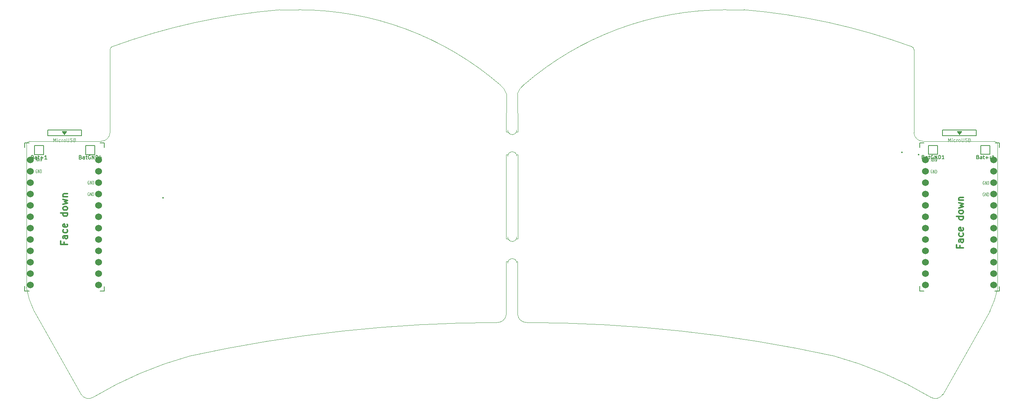
<source format=gto>
%TF.GenerationSoftware,KiCad,Pcbnew,(6.0.4-0)*%
%TF.CreationDate,2022-04-01T22:46:24+02:00*%
%TF.ProjectId,sweepv2.1,73776565-7076-4322-9e31-2e6b69636164,rev?*%
%TF.SameCoordinates,Original*%
%TF.FileFunction,Legend,Top*%
%TF.FilePolarity,Positive*%
%FSLAX46Y46*%
G04 Gerber Fmt 4.6, Leading zero omitted, Abs format (unit mm)*
G04 Created by KiCad (PCBNEW (6.0.4-0)) date 2022-04-01 22:46:24*
%MOMM*%
%LPD*%
G01*
G04 APERTURE LIST*
%TA.AperFunction,Profile*%
%ADD10C,0.050000*%
%TD*%
%ADD11C,0.300000*%
%ADD12C,0.125000*%
%ADD13C,0.120000*%
%ADD14C,0.150000*%
%ADD15C,0.100000*%
%ADD16C,1.524000*%
%ADD17C,1.397000*%
%ADD18C,0.350000*%
%ADD19C,0.990600*%
%ADD20C,1.701800*%
%ADD21C,3.429000*%
%ADD22C,2.032000*%
%ADD23C,0.500000*%
%ADD24C,1.000000*%
G04 APERTURE END LIST*
D10*
X131508500Y-77724000D02*
X131506254Y-89547024D01*
X220004999Y-48946165D02*
X219998045Y-30439419D01*
X223714000Y-108050000D02*
G75*
G03*
X226446000Y-107451265I1070000J1650000D01*
G01*
X220005034Y-48946164D02*
G75*
G03*
X222040000Y-50877083I1999966J69964D01*
G01*
X219563295Y-29758875D02*
G75*
G03*
X182067777Y-21502679I-49442795J-135273425D01*
G01*
X178120389Y-21508128D02*
G75*
G03*
X132893000Y-38265000I-253989J-68728072D01*
G01*
X238688017Y-51627083D02*
G75*
G03*
X237938000Y-50877083I-750017J-17D01*
G01*
X132893000Y-38265000D02*
G75*
G03*
X131466055Y-40278702I2445000J-3245000D01*
G01*
X131506294Y-89547021D02*
G75*
G03*
X133544000Y-91383119I1978006J146421D01*
G01*
X219998002Y-30439419D02*
G75*
G03*
X219563290Y-29758889I-750002J19D01*
G01*
X223714000Y-108050000D02*
G75*
G03*
X202185134Y-98863946I-44316000J-74040000D01*
G01*
X222040000Y-50877083D02*
X237938000Y-50877083D01*
X202185136Y-98863939D02*
G75*
G03*
X133544000Y-91383119I-69219136J-316475461D01*
G01*
X238688000Y-58420000D02*
X238688000Y-66548000D01*
X236953304Y-88858150D02*
X226446000Y-107451265D01*
X236953312Y-88858154D02*
G75*
G03*
X238690000Y-83850000I-18792912J9322054D01*
G01*
X182067777Y-21502679D02*
X178120389Y-21508139D01*
X238688000Y-51627083D02*
X238688000Y-58420000D01*
X131466055Y-40278702D02*
X131572000Y-48768000D01*
X129349500Y-48768000D02*
X128960000Y-48768000D01*
X238688000Y-66548000D02*
X238688000Y-75438000D01*
X238688000Y-75438000D02*
X238690000Y-83850000D01*
X129349500Y-72644000D02*
X128960000Y-72644000D01*
X129349500Y-53848000D02*
X128960000Y-53848000D01*
X129349500Y-77724000D02*
X128960000Y-77724000D01*
X131572000Y-53848000D02*
X131572000Y-72644000D01*
X78412223Y-21502679D02*
X82613611Y-21508139D01*
X21792000Y-51627083D02*
X21792000Y-58420000D01*
X128960000Y-77724000D02*
X128975507Y-89545022D01*
X129013945Y-40278702D02*
G75*
G03*
X127587000Y-38265000I-3871945J-1231298D01*
G01*
X126936000Y-91383122D02*
G75*
G03*
X128975507Y-89545022I59500J1984522D01*
G01*
X40481999Y-48949082D02*
X40481955Y-30439419D01*
X21792000Y-66548000D02*
X21792000Y-73914000D01*
X23526696Y-88858150D02*
X34034000Y-107451265D01*
X38446998Y-50880017D02*
G75*
G03*
X40481999Y-48949082I35002J2000917D01*
G01*
X78412223Y-21502678D02*
G75*
G03*
X40916710Y-29758889I11947327J-143529582D01*
G01*
X126936000Y-91383119D02*
G75*
G03*
X58294866Y-98863946I578050J-323956411D01*
G01*
X21789999Y-83530000D02*
G75*
G03*
X23526696Y-88858150I19062771J3266350D01*
G01*
X22542000Y-50877100D02*
G75*
G03*
X21792000Y-51627083I0J-750000D01*
G01*
X21792000Y-58420000D02*
X21792000Y-66548000D01*
X40916692Y-29758850D02*
G75*
G03*
X40481955Y-30439419I315308J-680550D01*
G01*
X34034000Y-107451265D02*
G75*
G03*
X36766000Y-108050000I1662000J1051265D01*
G01*
X127586989Y-38265013D02*
G75*
G03*
X82613611Y-21508139I-44973389J-51973087D01*
G01*
X58294866Y-98863946D02*
G75*
G03*
X36766000Y-108050000I22787134J-83226054D01*
G01*
X21792000Y-73914000D02*
X21790000Y-83530000D01*
X128960000Y-53848000D02*
X128960000Y-72644000D01*
X129013945Y-40278702D02*
X128960000Y-48768000D01*
X131508500Y-77724000D02*
X131254500Y-77724000D01*
X131572000Y-48768000D02*
X131254500Y-48768000D01*
X131254499Y-77724001D02*
G75*
G03*
X129349501Y-77724000I-952499J-380999D01*
G01*
X131254499Y-53848001D02*
G75*
G03*
X129349501Y-53848000I-952499J-380999D01*
G01*
X131572000Y-53848000D02*
X131254500Y-53848000D01*
X131572000Y-72644000D02*
X131254500Y-72644000D01*
X129349501Y-72643999D02*
G75*
G03*
X131254499Y-72644000I952499J380999D01*
G01*
X22542000Y-50877083D02*
X38446998Y-50880000D01*
X129349501Y-48767999D02*
G75*
G03*
X131254499Y-48768000I952499J380999D01*
G01*
D11*
X230270857Y-74198857D02*
X230270857Y-74698857D01*
X231056571Y-74698857D02*
X229556571Y-74698857D01*
X229556571Y-73984571D01*
X231056571Y-72770285D02*
X230270857Y-72770285D01*
X230128000Y-72841714D01*
X230056571Y-72984571D01*
X230056571Y-73270285D01*
X230128000Y-73413142D01*
X230985142Y-72770285D02*
X231056571Y-72913142D01*
X231056571Y-73270285D01*
X230985142Y-73413142D01*
X230842285Y-73484571D01*
X230699428Y-73484571D01*
X230556571Y-73413142D01*
X230485142Y-73270285D01*
X230485142Y-72913142D01*
X230413714Y-72770285D01*
X230985142Y-71413142D02*
X231056571Y-71556000D01*
X231056571Y-71841714D01*
X230985142Y-71984571D01*
X230913714Y-72056000D01*
X230770857Y-72127428D01*
X230342285Y-72127428D01*
X230199428Y-72056000D01*
X230128000Y-71984571D01*
X230056571Y-71841714D01*
X230056571Y-71556000D01*
X230128000Y-71413142D01*
X230985142Y-70198857D02*
X231056571Y-70341714D01*
X231056571Y-70627428D01*
X230985142Y-70770285D01*
X230842285Y-70841714D01*
X230270857Y-70841714D01*
X230128000Y-70770285D01*
X230056571Y-70627428D01*
X230056571Y-70341714D01*
X230128000Y-70198857D01*
X230270857Y-70127428D01*
X230413714Y-70127428D01*
X230556571Y-70841714D01*
X231056571Y-67698857D02*
X229556571Y-67698857D01*
X230985142Y-67698857D02*
X231056571Y-67841714D01*
X231056571Y-68127428D01*
X230985142Y-68270285D01*
X230913714Y-68341714D01*
X230770857Y-68413142D01*
X230342285Y-68413142D01*
X230199428Y-68341714D01*
X230128000Y-68270285D01*
X230056571Y-68127428D01*
X230056571Y-67841714D01*
X230128000Y-67698857D01*
X231056571Y-66770285D02*
X230985142Y-66913142D01*
X230913714Y-66984571D01*
X230770857Y-67056000D01*
X230342285Y-67056000D01*
X230199428Y-66984571D01*
X230128000Y-66913142D01*
X230056571Y-66770285D01*
X230056571Y-66556000D01*
X230128000Y-66413142D01*
X230199428Y-66341714D01*
X230342285Y-66270285D01*
X230770857Y-66270285D01*
X230913714Y-66341714D01*
X230985142Y-66413142D01*
X231056571Y-66556000D01*
X231056571Y-66770285D01*
X230056571Y-65770285D02*
X231056571Y-65484571D01*
X230342285Y-65198857D01*
X231056571Y-64913142D01*
X230056571Y-64627428D01*
X230056571Y-64056000D02*
X231056571Y-64056000D01*
X230199428Y-64056000D02*
X230128000Y-63984571D01*
X230056571Y-63841714D01*
X230056571Y-63627428D01*
X230128000Y-63484571D01*
X230270857Y-63413142D01*
X231056571Y-63413142D01*
D12*
X35777047Y-59756000D02*
X35729428Y-59720285D01*
X35658000Y-59720285D01*
X35586571Y-59756000D01*
X35538952Y-59827428D01*
X35515142Y-59898857D01*
X35491333Y-60041714D01*
X35491333Y-60148857D01*
X35515142Y-60291714D01*
X35538952Y-60363142D01*
X35586571Y-60434571D01*
X35658000Y-60470285D01*
X35705619Y-60470285D01*
X35777047Y-60434571D01*
X35800857Y-60398857D01*
X35800857Y-60148857D01*
X35705619Y-60148857D01*
X36015142Y-60470285D02*
X36015142Y-59720285D01*
X36300857Y-60470285D01*
X36300857Y-59720285D01*
X36538952Y-60470285D02*
X36538952Y-59720285D01*
X36658000Y-59720285D01*
X36729428Y-59756000D01*
X36777047Y-59827428D01*
X36800857Y-59898857D01*
X36824666Y-60041714D01*
X36824666Y-60148857D01*
X36800857Y-60291714D01*
X36777047Y-60363142D01*
X36729428Y-60434571D01*
X36658000Y-60470285D01*
X36538952Y-60470285D01*
X35757047Y-62336000D02*
X35709428Y-62300285D01*
X35638000Y-62300285D01*
X35566571Y-62336000D01*
X35518952Y-62407428D01*
X35495142Y-62478857D01*
X35471333Y-62621714D01*
X35471333Y-62728857D01*
X35495142Y-62871714D01*
X35518952Y-62943142D01*
X35566571Y-63014571D01*
X35638000Y-63050285D01*
X35685619Y-63050285D01*
X35757047Y-63014571D01*
X35780857Y-62978857D01*
X35780857Y-62728857D01*
X35685619Y-62728857D01*
X35995142Y-63050285D02*
X35995142Y-62300285D01*
X36280857Y-63050285D01*
X36280857Y-62300285D01*
X36518952Y-63050285D02*
X36518952Y-62300285D01*
X36638000Y-62300285D01*
X36709428Y-62336000D01*
X36757047Y-62407428D01*
X36780857Y-62478857D01*
X36804666Y-62621714D01*
X36804666Y-62728857D01*
X36780857Y-62871714D01*
X36757047Y-62943142D01*
X36709428Y-63014571D01*
X36638000Y-63050285D01*
X36518952Y-63050285D01*
D11*
X30192857Y-73402857D02*
X30192857Y-73902857D01*
X30978571Y-73902857D02*
X29478571Y-73902857D01*
X29478571Y-73188571D01*
X30978571Y-71974285D02*
X30192857Y-71974285D01*
X30050000Y-72045714D01*
X29978571Y-72188571D01*
X29978571Y-72474285D01*
X30050000Y-72617142D01*
X30907142Y-71974285D02*
X30978571Y-72117142D01*
X30978571Y-72474285D01*
X30907142Y-72617142D01*
X30764285Y-72688571D01*
X30621428Y-72688571D01*
X30478571Y-72617142D01*
X30407142Y-72474285D01*
X30407142Y-72117142D01*
X30335714Y-71974285D01*
X30907142Y-70617142D02*
X30978571Y-70760000D01*
X30978571Y-71045714D01*
X30907142Y-71188571D01*
X30835714Y-71260000D01*
X30692857Y-71331428D01*
X30264285Y-71331428D01*
X30121428Y-71260000D01*
X30050000Y-71188571D01*
X29978571Y-71045714D01*
X29978571Y-70760000D01*
X30050000Y-70617142D01*
X30907142Y-69402857D02*
X30978571Y-69545714D01*
X30978571Y-69831428D01*
X30907142Y-69974285D01*
X30764285Y-70045714D01*
X30192857Y-70045714D01*
X30050000Y-69974285D01*
X29978571Y-69831428D01*
X29978571Y-69545714D01*
X30050000Y-69402857D01*
X30192857Y-69331428D01*
X30335714Y-69331428D01*
X30478571Y-70045714D01*
X30978571Y-66902857D02*
X29478571Y-66902857D01*
X30907142Y-66902857D02*
X30978571Y-67045714D01*
X30978571Y-67331428D01*
X30907142Y-67474285D01*
X30835714Y-67545714D01*
X30692857Y-67617142D01*
X30264285Y-67617142D01*
X30121428Y-67545714D01*
X30050000Y-67474285D01*
X29978571Y-67331428D01*
X29978571Y-67045714D01*
X30050000Y-66902857D01*
X30978571Y-65974285D02*
X30907142Y-66117142D01*
X30835714Y-66188571D01*
X30692857Y-66260000D01*
X30264285Y-66260000D01*
X30121428Y-66188571D01*
X30050000Y-66117142D01*
X29978571Y-65974285D01*
X29978571Y-65760000D01*
X30050000Y-65617142D01*
X30121428Y-65545714D01*
X30264285Y-65474285D01*
X30692857Y-65474285D01*
X30835714Y-65545714D01*
X30907142Y-65617142D01*
X30978571Y-65760000D01*
X30978571Y-65974285D01*
X29978571Y-64974285D02*
X30978571Y-64688571D01*
X30264285Y-64402857D01*
X30978571Y-64117142D01*
X29978571Y-63831428D01*
X29978571Y-63260000D02*
X30978571Y-63260000D01*
X30121428Y-63260000D02*
X30050000Y-63188571D01*
X29978571Y-63045714D01*
X29978571Y-62831428D01*
X30050000Y-62688571D01*
X30192857Y-62617142D01*
X30978571Y-62617142D01*
D12*
X24262761Y-55330285D02*
X24096095Y-54973142D01*
X23977047Y-55330285D02*
X23977047Y-54580285D01*
X24167523Y-54580285D01*
X24215142Y-54616000D01*
X24238952Y-54651714D01*
X24262761Y-54723142D01*
X24262761Y-54830285D01*
X24238952Y-54901714D01*
X24215142Y-54937428D01*
X24167523Y-54973142D01*
X23977047Y-54973142D01*
X24453238Y-55116000D02*
X24691333Y-55116000D01*
X24405619Y-55330285D02*
X24572285Y-54580285D01*
X24738952Y-55330285D01*
X24858000Y-54580285D02*
X24977047Y-55330285D01*
X25072285Y-54794571D01*
X25167523Y-55330285D01*
X25286571Y-54580285D01*
X24127047Y-57226000D02*
X24079428Y-57190285D01*
X24008000Y-57190285D01*
X23936571Y-57226000D01*
X23888952Y-57297428D01*
X23865142Y-57368857D01*
X23841333Y-57511714D01*
X23841333Y-57618857D01*
X23865142Y-57761714D01*
X23888952Y-57833142D01*
X23936571Y-57904571D01*
X24008000Y-57940285D01*
X24055619Y-57940285D01*
X24127047Y-57904571D01*
X24150857Y-57868857D01*
X24150857Y-57618857D01*
X24055619Y-57618857D01*
X24365142Y-57940285D02*
X24365142Y-57190285D01*
X24650857Y-57940285D01*
X24650857Y-57190285D01*
X24888952Y-57940285D02*
X24888952Y-57190285D01*
X25008000Y-57190285D01*
X25079428Y-57226000D01*
X25127047Y-57297428D01*
X25150857Y-57368857D01*
X25174666Y-57511714D01*
X25174666Y-57618857D01*
X25150857Y-57761714D01*
X25127047Y-57833142D01*
X25079428Y-57904571D01*
X25008000Y-57940285D01*
X24888952Y-57940285D01*
%TO.C,U1*%
X224162761Y-55383285D02*
X223996095Y-55026142D01*
X223877047Y-55383285D02*
X223877047Y-54633285D01*
X224067523Y-54633285D01*
X224115142Y-54669000D01*
X224138952Y-54704714D01*
X224162761Y-54776142D01*
X224162761Y-54883285D01*
X224138952Y-54954714D01*
X224115142Y-54990428D01*
X224067523Y-55026142D01*
X223877047Y-55026142D01*
X224353238Y-55169000D02*
X224591333Y-55169000D01*
X224305619Y-55383285D02*
X224472285Y-54633285D01*
X224638952Y-55383285D01*
X224758000Y-54633285D02*
X224877047Y-55383285D01*
X224972285Y-54847571D01*
X225067523Y-55383285D01*
X225186571Y-54633285D01*
X235677047Y-59809000D02*
X235629428Y-59773285D01*
X235558000Y-59773285D01*
X235486571Y-59809000D01*
X235438952Y-59880428D01*
X235415142Y-59951857D01*
X235391333Y-60094714D01*
X235391333Y-60201857D01*
X235415142Y-60344714D01*
X235438952Y-60416142D01*
X235486571Y-60487571D01*
X235558000Y-60523285D01*
X235605619Y-60523285D01*
X235677047Y-60487571D01*
X235700857Y-60451857D01*
X235700857Y-60201857D01*
X235605619Y-60201857D01*
X235915142Y-60523285D02*
X235915142Y-59773285D01*
X236200857Y-60523285D01*
X236200857Y-59773285D01*
X236438952Y-60523285D02*
X236438952Y-59773285D01*
X236558000Y-59773285D01*
X236629428Y-59809000D01*
X236677047Y-59880428D01*
X236700857Y-59951857D01*
X236724666Y-60094714D01*
X236724666Y-60201857D01*
X236700857Y-60344714D01*
X236677047Y-60416142D01*
X236629428Y-60487571D01*
X236558000Y-60523285D01*
X236438952Y-60523285D01*
D13*
X227681571Y-50953285D02*
X227681571Y-50203285D01*
X227931571Y-50739000D01*
X228181571Y-50203285D01*
X228181571Y-50953285D01*
X228538714Y-50953285D02*
X228538714Y-50453285D01*
X228538714Y-50203285D02*
X228503000Y-50239000D01*
X228538714Y-50274714D01*
X228574428Y-50239000D01*
X228538714Y-50203285D01*
X228538714Y-50274714D01*
X229217285Y-50917571D02*
X229145857Y-50953285D01*
X229003000Y-50953285D01*
X228931571Y-50917571D01*
X228895857Y-50881857D01*
X228860142Y-50810428D01*
X228860142Y-50596142D01*
X228895857Y-50524714D01*
X228931571Y-50489000D01*
X229003000Y-50453285D01*
X229145857Y-50453285D01*
X229217285Y-50489000D01*
X229538714Y-50953285D02*
X229538714Y-50453285D01*
X229538714Y-50596142D02*
X229574428Y-50524714D01*
X229610142Y-50489000D01*
X229681571Y-50453285D01*
X229753000Y-50453285D01*
X230110142Y-50953285D02*
X230038714Y-50917571D01*
X230003000Y-50881857D01*
X229967285Y-50810428D01*
X229967285Y-50596142D01*
X230003000Y-50524714D01*
X230038714Y-50489000D01*
X230110142Y-50453285D01*
X230217285Y-50453285D01*
X230288714Y-50489000D01*
X230324428Y-50524714D01*
X230360142Y-50596142D01*
X230360142Y-50810428D01*
X230324428Y-50881857D01*
X230288714Y-50917571D01*
X230217285Y-50953285D01*
X230110142Y-50953285D01*
X230681571Y-50203285D02*
X230681571Y-50810428D01*
X230717285Y-50881857D01*
X230753000Y-50917571D01*
X230824428Y-50953285D01*
X230967285Y-50953285D01*
X231038714Y-50917571D01*
X231074428Y-50881857D01*
X231110142Y-50810428D01*
X231110142Y-50203285D01*
X231431571Y-50917571D02*
X231538714Y-50953285D01*
X231717285Y-50953285D01*
X231788714Y-50917571D01*
X231824428Y-50881857D01*
X231860142Y-50810428D01*
X231860142Y-50739000D01*
X231824428Y-50667571D01*
X231788714Y-50631857D01*
X231717285Y-50596142D01*
X231574428Y-50560428D01*
X231503000Y-50524714D01*
X231467285Y-50489000D01*
X231431571Y-50417571D01*
X231431571Y-50346142D01*
X231467285Y-50274714D01*
X231503000Y-50239000D01*
X231574428Y-50203285D01*
X231753000Y-50203285D01*
X231860142Y-50239000D01*
X232431571Y-50560428D02*
X232538714Y-50596142D01*
X232574428Y-50631857D01*
X232610142Y-50703285D01*
X232610142Y-50810428D01*
X232574428Y-50881857D01*
X232538714Y-50917571D01*
X232467285Y-50953285D01*
X232181571Y-50953285D01*
X232181571Y-50203285D01*
X232431571Y-50203285D01*
X232503000Y-50239000D01*
X232538714Y-50274714D01*
X232574428Y-50346142D01*
X232574428Y-50417571D01*
X232538714Y-50489000D01*
X232503000Y-50524714D01*
X232431571Y-50560428D01*
X232181571Y-50560428D01*
D14*
D12*
X224027047Y-57279000D02*
X223979428Y-57243285D01*
X223908000Y-57243285D01*
X223836571Y-57279000D01*
X223788952Y-57350428D01*
X223765142Y-57421857D01*
X223741333Y-57564714D01*
X223741333Y-57671857D01*
X223765142Y-57814714D01*
X223788952Y-57886142D01*
X223836571Y-57957571D01*
X223908000Y-57993285D01*
X223955619Y-57993285D01*
X224027047Y-57957571D01*
X224050857Y-57921857D01*
X224050857Y-57671857D01*
X223955619Y-57671857D01*
X224265142Y-57993285D02*
X224265142Y-57243285D01*
X224550857Y-57993285D01*
X224550857Y-57243285D01*
X224788952Y-57993285D02*
X224788952Y-57243285D01*
X224908000Y-57243285D01*
X224979428Y-57279000D01*
X225027047Y-57350428D01*
X225050857Y-57421857D01*
X225074666Y-57564714D01*
X225074666Y-57671857D01*
X225050857Y-57814714D01*
X225027047Y-57886142D01*
X224979428Y-57957571D01*
X224908000Y-57993285D01*
X224788952Y-57993285D01*
X235657047Y-62389000D02*
X235609428Y-62353285D01*
X235538000Y-62353285D01*
X235466571Y-62389000D01*
X235418952Y-62460428D01*
X235395142Y-62531857D01*
X235371333Y-62674714D01*
X235371333Y-62781857D01*
X235395142Y-62924714D01*
X235418952Y-62996142D01*
X235466571Y-63067571D01*
X235538000Y-63103285D01*
X235585619Y-63103285D01*
X235657047Y-63067571D01*
X235680857Y-63031857D01*
X235680857Y-62781857D01*
X235585619Y-62781857D01*
X235895142Y-63103285D02*
X235895142Y-62353285D01*
X236180857Y-63103285D01*
X236180857Y-62353285D01*
X236418952Y-63103285D02*
X236418952Y-62353285D01*
X236538000Y-62353285D01*
X236609428Y-62389000D01*
X236657047Y-62460428D01*
X236680857Y-62531857D01*
X236704666Y-62674714D01*
X236704666Y-62781857D01*
X236680857Y-62924714D01*
X236657047Y-62996142D01*
X236609428Y-63067571D01*
X236538000Y-63103285D01*
X236418952Y-63103285D01*
D14*
%TO.C,Bat+r1*%
X234282342Y-54392942D02*
X234398457Y-54431647D01*
X234437161Y-54470352D01*
X234475866Y-54547761D01*
X234475866Y-54663876D01*
X234437161Y-54741285D01*
X234398457Y-54779990D01*
X234321047Y-54818695D01*
X234011409Y-54818695D01*
X234011409Y-54005895D01*
X234282342Y-54005895D01*
X234359752Y-54044600D01*
X234398457Y-54083304D01*
X234437161Y-54160714D01*
X234437161Y-54238123D01*
X234398457Y-54315533D01*
X234359752Y-54354238D01*
X234282342Y-54392942D01*
X234011409Y-54392942D01*
X235172552Y-54818695D02*
X235172552Y-54392942D01*
X235133847Y-54315533D01*
X235056438Y-54276828D01*
X234901619Y-54276828D01*
X234824209Y-54315533D01*
X235172552Y-54779990D02*
X235095142Y-54818695D01*
X234901619Y-54818695D01*
X234824209Y-54779990D01*
X234785504Y-54702580D01*
X234785504Y-54625171D01*
X234824209Y-54547761D01*
X234901619Y-54509057D01*
X235095142Y-54509057D01*
X235172552Y-54470352D01*
X235443485Y-54276828D02*
X235753123Y-54276828D01*
X235559600Y-54005895D02*
X235559600Y-54702580D01*
X235598304Y-54779990D01*
X235675714Y-54818695D01*
X235753123Y-54818695D01*
X236024057Y-54509057D02*
X236643333Y-54509057D01*
X236333695Y-54818695D02*
X236333695Y-54199419D01*
X237030380Y-54818695D02*
X237030380Y-54276828D01*
X237030380Y-54431647D02*
X237069085Y-54354238D01*
X237107790Y-54315533D01*
X237185200Y-54276828D01*
X237262609Y-54276828D01*
X237959295Y-54818695D02*
X237494838Y-54818695D01*
X237727066Y-54818695D02*
X237727066Y-54005895D01*
X237649657Y-54122009D01*
X237572247Y-54199419D01*
X237494838Y-54238123D01*
%TO.C,BatGND1*%
X222114533Y-54392942D02*
X222230647Y-54431647D01*
X222269352Y-54470352D01*
X222308057Y-54547761D01*
X222308057Y-54663876D01*
X222269352Y-54741285D01*
X222230647Y-54779990D01*
X222153238Y-54818695D01*
X221843600Y-54818695D01*
X221843600Y-54005895D01*
X222114533Y-54005895D01*
X222191942Y-54044600D01*
X222230647Y-54083304D01*
X222269352Y-54160714D01*
X222269352Y-54238123D01*
X222230647Y-54315533D01*
X222191942Y-54354238D01*
X222114533Y-54392942D01*
X221843600Y-54392942D01*
X223004742Y-54818695D02*
X223004742Y-54392942D01*
X222966038Y-54315533D01*
X222888628Y-54276828D01*
X222733809Y-54276828D01*
X222656400Y-54315533D01*
X223004742Y-54779990D02*
X222927333Y-54818695D01*
X222733809Y-54818695D01*
X222656400Y-54779990D01*
X222617695Y-54702580D01*
X222617695Y-54625171D01*
X222656400Y-54547761D01*
X222733809Y-54509057D01*
X222927333Y-54509057D01*
X223004742Y-54470352D01*
X223275676Y-54276828D02*
X223585314Y-54276828D01*
X223391790Y-54005895D02*
X223391790Y-54702580D01*
X223430495Y-54779990D01*
X223507904Y-54818695D01*
X223585314Y-54818695D01*
X224282000Y-54044600D02*
X224204590Y-54005895D01*
X224088476Y-54005895D01*
X223972361Y-54044600D01*
X223894952Y-54122009D01*
X223856247Y-54199419D01*
X223817542Y-54354238D01*
X223817542Y-54470352D01*
X223856247Y-54625171D01*
X223894952Y-54702580D01*
X223972361Y-54779990D01*
X224088476Y-54818695D01*
X224165885Y-54818695D01*
X224282000Y-54779990D01*
X224320704Y-54741285D01*
X224320704Y-54470352D01*
X224165885Y-54470352D01*
X224669047Y-54818695D02*
X224669047Y-54005895D01*
X225133504Y-54818695D01*
X225133504Y-54005895D01*
X225520552Y-54818695D02*
X225520552Y-54005895D01*
X225714076Y-54005895D01*
X225830190Y-54044600D01*
X225907600Y-54122009D01*
X225946304Y-54199419D01*
X225985009Y-54354238D01*
X225985009Y-54470352D01*
X225946304Y-54625171D01*
X225907600Y-54702580D01*
X225830190Y-54779990D01*
X225714076Y-54818695D01*
X225520552Y-54818695D01*
X226759104Y-54818695D02*
X226294647Y-54818695D01*
X226526876Y-54818695D02*
X226526876Y-54005895D01*
X226449466Y-54122009D01*
X226372057Y-54199419D01*
X226294647Y-54238123D01*
D13*
%TO.C,U2*%
X27829571Y-50953285D02*
X27829571Y-50203285D01*
X28079571Y-50739000D01*
X28329571Y-50203285D01*
X28329571Y-50953285D01*
X28686714Y-50953285D02*
X28686714Y-50453285D01*
X28686714Y-50203285D02*
X28651000Y-50239000D01*
X28686714Y-50274714D01*
X28722428Y-50239000D01*
X28686714Y-50203285D01*
X28686714Y-50274714D01*
X29365285Y-50917571D02*
X29293857Y-50953285D01*
X29151000Y-50953285D01*
X29079571Y-50917571D01*
X29043857Y-50881857D01*
X29008142Y-50810428D01*
X29008142Y-50596142D01*
X29043857Y-50524714D01*
X29079571Y-50489000D01*
X29151000Y-50453285D01*
X29293857Y-50453285D01*
X29365285Y-50489000D01*
X29686714Y-50953285D02*
X29686714Y-50453285D01*
X29686714Y-50596142D02*
X29722428Y-50524714D01*
X29758142Y-50489000D01*
X29829571Y-50453285D01*
X29901000Y-50453285D01*
X30258142Y-50953285D02*
X30186714Y-50917571D01*
X30151000Y-50881857D01*
X30115285Y-50810428D01*
X30115285Y-50596142D01*
X30151000Y-50524714D01*
X30186714Y-50489000D01*
X30258142Y-50453285D01*
X30365285Y-50453285D01*
X30436714Y-50489000D01*
X30472428Y-50524714D01*
X30508142Y-50596142D01*
X30508142Y-50810428D01*
X30472428Y-50881857D01*
X30436714Y-50917571D01*
X30365285Y-50953285D01*
X30258142Y-50953285D01*
X30829571Y-50203285D02*
X30829571Y-50810428D01*
X30865285Y-50881857D01*
X30901000Y-50917571D01*
X30972428Y-50953285D01*
X31115285Y-50953285D01*
X31186714Y-50917571D01*
X31222428Y-50881857D01*
X31258142Y-50810428D01*
X31258142Y-50203285D01*
X31579571Y-50917571D02*
X31686714Y-50953285D01*
X31865285Y-50953285D01*
X31936714Y-50917571D01*
X31972428Y-50881857D01*
X32008142Y-50810428D01*
X32008142Y-50739000D01*
X31972428Y-50667571D01*
X31936714Y-50631857D01*
X31865285Y-50596142D01*
X31722428Y-50560428D01*
X31651000Y-50524714D01*
X31615285Y-50489000D01*
X31579571Y-50417571D01*
X31579571Y-50346142D01*
X31615285Y-50274714D01*
X31651000Y-50239000D01*
X31722428Y-50203285D01*
X31901000Y-50203285D01*
X32008142Y-50239000D01*
X32579571Y-50560428D02*
X32686714Y-50596142D01*
X32722428Y-50631857D01*
X32758142Y-50703285D01*
X32758142Y-50810428D01*
X32722428Y-50881857D01*
X32686714Y-50917571D01*
X32615285Y-50953285D01*
X32329571Y-50953285D01*
X32329571Y-50203285D01*
X32579571Y-50203285D01*
X32651000Y-50239000D01*
X32686714Y-50274714D01*
X32722428Y-50346142D01*
X32722428Y-50417571D01*
X32686714Y-50489000D01*
X32651000Y-50524714D01*
X32579571Y-50560428D01*
X32329571Y-50560428D01*
D14*
%TO.C,BatGND4*%
X33900533Y-54424942D02*
X34016647Y-54463647D01*
X34055352Y-54502352D01*
X34094057Y-54579761D01*
X34094057Y-54695876D01*
X34055352Y-54773285D01*
X34016647Y-54811990D01*
X33939238Y-54850695D01*
X33629600Y-54850695D01*
X33629600Y-54037895D01*
X33900533Y-54037895D01*
X33977942Y-54076600D01*
X34016647Y-54115304D01*
X34055352Y-54192714D01*
X34055352Y-54270123D01*
X34016647Y-54347533D01*
X33977942Y-54386238D01*
X33900533Y-54424942D01*
X33629600Y-54424942D01*
X34790742Y-54850695D02*
X34790742Y-54424942D01*
X34752038Y-54347533D01*
X34674628Y-54308828D01*
X34519809Y-54308828D01*
X34442400Y-54347533D01*
X34790742Y-54811990D02*
X34713333Y-54850695D01*
X34519809Y-54850695D01*
X34442400Y-54811990D01*
X34403695Y-54734580D01*
X34403695Y-54657171D01*
X34442400Y-54579761D01*
X34519809Y-54541057D01*
X34713333Y-54541057D01*
X34790742Y-54502352D01*
X35061676Y-54308828D02*
X35371314Y-54308828D01*
X35177790Y-54037895D02*
X35177790Y-54734580D01*
X35216495Y-54811990D01*
X35293904Y-54850695D01*
X35371314Y-54850695D01*
X36068000Y-54076600D02*
X35990590Y-54037895D01*
X35874476Y-54037895D01*
X35758361Y-54076600D01*
X35680952Y-54154009D01*
X35642247Y-54231419D01*
X35603542Y-54386238D01*
X35603542Y-54502352D01*
X35642247Y-54657171D01*
X35680952Y-54734580D01*
X35758361Y-54811990D01*
X35874476Y-54850695D01*
X35951885Y-54850695D01*
X36068000Y-54811990D01*
X36106704Y-54773285D01*
X36106704Y-54502352D01*
X35951885Y-54502352D01*
X36455047Y-54850695D02*
X36455047Y-54037895D01*
X36919504Y-54850695D01*
X36919504Y-54037895D01*
X37306552Y-54850695D02*
X37306552Y-54037895D01*
X37500076Y-54037895D01*
X37616190Y-54076600D01*
X37693600Y-54154009D01*
X37732304Y-54231419D01*
X37771009Y-54386238D01*
X37771009Y-54502352D01*
X37732304Y-54657171D01*
X37693600Y-54734580D01*
X37616190Y-54811990D01*
X37500076Y-54850695D01*
X37306552Y-54850695D01*
X38467695Y-54308828D02*
X38467695Y-54850695D01*
X38274171Y-53999190D02*
X38080647Y-54579761D01*
X38583809Y-54579761D01*
%TO.C,Bat+1*%
X23205923Y-54424942D02*
X23322038Y-54463647D01*
X23360742Y-54502352D01*
X23399447Y-54579761D01*
X23399447Y-54695876D01*
X23360742Y-54773285D01*
X23322038Y-54811990D01*
X23244628Y-54850695D01*
X22934990Y-54850695D01*
X22934990Y-54037895D01*
X23205923Y-54037895D01*
X23283333Y-54076600D01*
X23322038Y-54115304D01*
X23360742Y-54192714D01*
X23360742Y-54270123D01*
X23322038Y-54347533D01*
X23283333Y-54386238D01*
X23205923Y-54424942D01*
X22934990Y-54424942D01*
X24096133Y-54850695D02*
X24096133Y-54424942D01*
X24057428Y-54347533D01*
X23980019Y-54308828D01*
X23825200Y-54308828D01*
X23747790Y-54347533D01*
X24096133Y-54811990D02*
X24018723Y-54850695D01*
X23825200Y-54850695D01*
X23747790Y-54811990D01*
X23709085Y-54734580D01*
X23709085Y-54657171D01*
X23747790Y-54579761D01*
X23825200Y-54541057D01*
X24018723Y-54541057D01*
X24096133Y-54502352D01*
X24367066Y-54308828D02*
X24676704Y-54308828D01*
X24483180Y-54037895D02*
X24483180Y-54734580D01*
X24521885Y-54811990D01*
X24599295Y-54850695D01*
X24676704Y-54850695D01*
X24947638Y-54541057D02*
X25566914Y-54541057D01*
X25257276Y-54850695D02*
X25257276Y-54231419D01*
X26379714Y-54850695D02*
X25915257Y-54850695D01*
X26147485Y-54850695D02*
X26147485Y-54037895D01*
X26070076Y-54154009D01*
X25992666Y-54231419D01*
X25915257Y-54270123D01*
%TO.C,U1*%
X221278000Y-51264000D02*
X221278000Y-52264000D01*
X239078000Y-83314000D02*
X239078000Y-84314000D01*
X239078000Y-51264000D02*
X239078000Y-52264000D01*
X221278000Y-83264000D02*
X221278000Y-84314000D01*
X230028000Y-49164000D02*
X230328000Y-49164000D01*
X229928000Y-49014000D02*
X230428000Y-49014000D01*
X230178000Y-49364000D02*
X229678000Y-48714000D01*
X221278000Y-51264000D02*
X222278000Y-51264000D01*
X229678000Y-48714000D02*
X230678000Y-48714000D01*
X229828000Y-48864000D02*
X230528000Y-48864000D01*
X226428000Y-49664000D02*
X233928000Y-49664000D01*
X230678000Y-48714000D02*
X230178000Y-49364000D01*
X233928000Y-48364000D02*
X226428000Y-48364000D01*
X233928000Y-49664000D02*
X233928000Y-48364000D01*
X239078000Y-84314000D02*
X238068000Y-84314000D01*
X221278000Y-84314000D02*
X222278000Y-84314000D01*
X239078000Y-51264000D02*
X238128000Y-51264000D01*
X226428000Y-48364000D02*
X226428000Y-49664000D01*
D15*
%TO.C,mouse-bite-2mm-slot*%
X129302000Y-48387000D02*
G75*
G03*
X131302000Y-48387000I1000000J0D01*
G01*
X131302000Y-54229000D02*
G75*
G03*
X129302000Y-54229000I-1000000J0D01*
G01*
X131302000Y-78105000D02*
G75*
G03*
X129302000Y-78105000I-1000000J0D01*
G01*
X129302000Y-72263000D02*
G75*
G03*
X131302000Y-72263000I1000000J0D01*
G01*
D14*
%TO.C,Bat+r1*%
X234966000Y-51800000D02*
X234966000Y-53800000D01*
X236966000Y-53800000D02*
X236966000Y-51800000D01*
X234966000Y-53800000D02*
X236966000Y-53800000D01*
X236966000Y-51800000D02*
X234966000Y-51800000D01*
%TO.C,BatGND1*%
X223282000Y-51800000D02*
X223282000Y-53800000D01*
X225282000Y-51800000D02*
X223282000Y-51800000D01*
X225282000Y-53800000D02*
X225282000Y-51800000D01*
X223282000Y-53800000D02*
X225282000Y-53800000D01*
%TO.C,U2*%
X39226000Y-84314000D02*
X38216000Y-84314000D01*
X30076000Y-49014000D02*
X30576000Y-49014000D01*
X26576000Y-48364000D02*
X26576000Y-49664000D01*
X26576000Y-49664000D02*
X34076000Y-49664000D01*
X39226000Y-51264000D02*
X39226000Y-52264000D01*
X30826000Y-48714000D02*
X30326000Y-49364000D01*
X29976000Y-48864000D02*
X30676000Y-48864000D01*
X30176000Y-49164000D02*
X30476000Y-49164000D01*
X39226000Y-83314000D02*
X39226000Y-84314000D01*
X21426000Y-51264000D02*
X22426000Y-51264000D01*
X39226000Y-51264000D02*
X38276000Y-51264000D01*
X29826000Y-48714000D02*
X30826000Y-48714000D01*
X34076000Y-49664000D02*
X34076000Y-48364000D01*
X21426000Y-83264000D02*
X21426000Y-84314000D01*
X21426000Y-51264000D02*
X21426000Y-52264000D01*
X21426000Y-84314000D02*
X22426000Y-84314000D01*
X30326000Y-49364000D02*
X29826000Y-48714000D01*
X34076000Y-48364000D02*
X26576000Y-48364000D01*
%TO.C,BatGND4*%
X35068000Y-53832000D02*
X37068000Y-53832000D01*
X35068000Y-51832000D02*
X35068000Y-53832000D01*
X37068000Y-53832000D02*
X37068000Y-51832000D01*
X37068000Y-51832000D02*
X35068000Y-51832000D01*
%TO.C,Bat+1*%
X25638000Y-53832000D02*
X25638000Y-51832000D01*
X25638000Y-51832000D02*
X23638000Y-51832000D01*
X23638000Y-51832000D02*
X23638000Y-53832000D01*
X23638000Y-53832000D02*
X25638000Y-53832000D01*
%TD*%
D16*
%TO.C,U1*%
X237789400Y-55086000D03*
X237789400Y-57626000D03*
X237789400Y-60166000D03*
X237789400Y-62706000D03*
X237789400Y-65246000D03*
X237789400Y-67786000D03*
X237789400Y-70326000D03*
X237789400Y-72866000D03*
X237789400Y-75406000D03*
X237789400Y-77946000D03*
X237789400Y-80486000D03*
X237789400Y-83026000D03*
X222569400Y-83026000D03*
X222569400Y-80486000D03*
X222569400Y-77946000D03*
X222569400Y-75406000D03*
X222569400Y-72866000D03*
X222569400Y-70326000D03*
X222569400Y-67786000D03*
X222569400Y-65246000D03*
X222569400Y-62706000D03*
X222569400Y-60166000D03*
X222569400Y-57626000D03*
X222569400Y-55086000D03*
%TD*%
D17*
%TO.C,Bat+r1*%
X235966000Y-52800000D03*
%TD*%
%TO.C,BatGND1*%
X224282000Y-52800000D03*
%TD*%
D16*
%TO.C,U2*%
X37937400Y-55086000D03*
X37937400Y-57626000D03*
X37937400Y-60166000D03*
X37937400Y-62706000D03*
X37937400Y-65246000D03*
X37937400Y-67786000D03*
X37937400Y-70326000D03*
X37937400Y-72866000D03*
X37937400Y-75406000D03*
X37937400Y-77946000D03*
X37937400Y-80486000D03*
X37937400Y-83026000D03*
X22717400Y-83026000D03*
X22717400Y-80486000D03*
X22717400Y-77946000D03*
X22717400Y-75406000D03*
X22717400Y-72866000D03*
X22717400Y-70326000D03*
X22717400Y-67786000D03*
X22717400Y-65246000D03*
X22717400Y-62706000D03*
X22717400Y-60166000D03*
X22717400Y-57626000D03*
X22717400Y-55086000D03*
%TD*%
D17*
%TO.C,BatGND4*%
X36068000Y-52832000D03*
%TD*%
%TO.C,Bat+1*%
X24638000Y-52832000D03*
%TD*%
D18*
X217300000Y-53350000D03*
X221056989Y-53823011D03*
X52324000Y-63500000D03*
X237789400Y-55086000D03*
X237789400Y-57626000D03*
X237789400Y-60166000D03*
X237789400Y-62706000D03*
X237789400Y-65246000D03*
X237789400Y-67786000D03*
X237789400Y-70326000D03*
X237789400Y-72866000D03*
X237789400Y-75406000D03*
X237789400Y-77946000D03*
X237789400Y-80486000D03*
X237789400Y-83026000D03*
X222569400Y-83026000D03*
X222569400Y-80486000D03*
X222569400Y-77946000D03*
X222569400Y-75406000D03*
X222569400Y-72866000D03*
X222569400Y-70326000D03*
X222569400Y-67786000D03*
X222569400Y-65246000D03*
X222569400Y-62706000D03*
X222569400Y-60166000D03*
X222569400Y-57626000D03*
X222569400Y-55086000D03*
X181076000Y-60316000D03*
X181356000Y-64516000D03*
X170636000Y-60316000D03*
X170356000Y-64516000D03*
X175856000Y-64516000D03*
X175856000Y-70416000D03*
X170856000Y-68316000D03*
X217622860Y-95332000D03*
X215765347Y-99109307D03*
X227149140Y-100832000D03*
X224806653Y-104329307D03*
X222386000Y-98082000D03*
X225336000Y-92972450D03*
X228616127Y-97291103D03*
X152356000Y-71374000D03*
X157856000Y-71374000D03*
X152636000Y-67174000D03*
X163076000Y-67174000D03*
X163356000Y-71374000D03*
X157856000Y-77274000D03*
X152856000Y-75174000D03*
X203826000Y-90082000D03*
X198513408Y-88658495D03*
X209138592Y-91505505D03*
X207781093Y-95489924D03*
X197696827Y-92787853D03*
X205353032Y-84383038D03*
X209639142Y-87705577D03*
X188356000Y-69850000D03*
X193856000Y-69850000D03*
X199076000Y-65650000D03*
X199356000Y-69850000D03*
X188636000Y-65650000D03*
X193856000Y-75750000D03*
X188856000Y-73650000D03*
X206336000Y-72390000D03*
X217336000Y-72390000D03*
X217056000Y-68190000D03*
X211836000Y-72390000D03*
X206616000Y-68190000D03*
X211836000Y-78290000D03*
X206836000Y-76190000D03*
X170356000Y-30382000D03*
X170636000Y-26182000D03*
X175856000Y-30382000D03*
X181356000Y-30382000D03*
X181076000Y-26182000D03*
X175856000Y-36282000D03*
X170856000Y-34182000D03*
X152356000Y-37382000D03*
X152636000Y-33182000D03*
X163356000Y-37382000D03*
X157856000Y-37382000D03*
X163076000Y-33182000D03*
X157856000Y-43282000D03*
X152856000Y-41182000D03*
X163076000Y-50156000D03*
X157856000Y-54356000D03*
X152636000Y-50156000D03*
X163356000Y-54356000D03*
X152356000Y-54356000D03*
X157856000Y-60256000D03*
X152856000Y-58156000D03*
X139856000Y-83382000D03*
X145356000Y-83382000D03*
X134636000Y-79182000D03*
X145076000Y-79182000D03*
X134356000Y-83382000D03*
X139856000Y-89282000D03*
X134856000Y-87182000D03*
X211836000Y-55372000D03*
X206336000Y-55372000D03*
X217336000Y-55372000D03*
X217056000Y-51172000D03*
X206616000Y-51172000D03*
X211836000Y-61272000D03*
X206836000Y-59172000D03*
X193856000Y-52832000D03*
X188636000Y-48632000D03*
X199076000Y-48632000D03*
X188356000Y-52832000D03*
X199356000Y-52832000D03*
X193856000Y-58732000D03*
X188856000Y-56632000D03*
X139856000Y-66382000D03*
X134356000Y-66382000D03*
X134636000Y-62182000D03*
X145356000Y-66382000D03*
X145076000Y-62182000D03*
X139856000Y-72282000D03*
X134856000Y-70182000D03*
X206636000Y-34182000D03*
X206356000Y-38382000D03*
X217356000Y-38382000D03*
X217076000Y-34182000D03*
X211856000Y-38382000D03*
X211856000Y-44282000D03*
X206856000Y-42182000D03*
X199356000Y-35882000D03*
X193856000Y-35882000D03*
X188356000Y-35882000D03*
X188636000Y-31682000D03*
X199076000Y-31682000D03*
X193856000Y-41782000D03*
X188856000Y-39682000D03*
X134356000Y-49382000D03*
X145356000Y-49382000D03*
X139856000Y-49382000D03*
X145076000Y-45182000D03*
X134636000Y-45182000D03*
X139856000Y-55282000D03*
X134856000Y-53182000D03*
X129286000Y-51308000D03*
X131318000Y-51308000D03*
X129286000Y-50292000D03*
X129286000Y-49276000D03*
X129286000Y-52324000D03*
X131318000Y-49276000D03*
X129286000Y-53340000D03*
X131318000Y-50292000D03*
X131318000Y-53340000D03*
X131318000Y-52324000D03*
X131318000Y-77216000D03*
X131318000Y-74168000D03*
X129286000Y-73152000D03*
X131318000Y-75184000D03*
X131318000Y-73152000D03*
X129286000Y-74168000D03*
X129286000Y-75184000D03*
X129286000Y-77216000D03*
X131318000Y-76200000D03*
X129286000Y-76200000D03*
X170356000Y-47498000D03*
X170636000Y-43298000D03*
X181076000Y-43298000D03*
X175856000Y-47498000D03*
X181356000Y-47498000D03*
X175856000Y-53398000D03*
X170856000Y-51298000D03*
X235966000Y-52800000D03*
X224282000Y-52800000D03*
X37937400Y-55086000D03*
X37937400Y-57626000D03*
X37937400Y-60166000D03*
X37937400Y-62706000D03*
X37937400Y-65246000D03*
X37937400Y-67786000D03*
X37937400Y-70326000D03*
X37937400Y-72866000D03*
X37937400Y-75406000D03*
X37937400Y-77946000D03*
X37937400Y-80486000D03*
X37937400Y-83026000D03*
X22717400Y-83026000D03*
X22717400Y-80486000D03*
X22717400Y-77946000D03*
X22717400Y-75406000D03*
X22717400Y-72866000D03*
X22717400Y-70326000D03*
X22717400Y-67786000D03*
X22717400Y-65246000D03*
X22717400Y-62706000D03*
X22717400Y-60166000D03*
X22717400Y-57626000D03*
X22717400Y-55086000D03*
X43466000Y-68190000D03*
X43186000Y-72390000D03*
X48686000Y-72390000D03*
X54186000Y-72390000D03*
X53906000Y-68190000D03*
X48686000Y-78290000D03*
X43686000Y-76190000D03*
X61480000Y-48632000D03*
X71920000Y-48632000D03*
X61200000Y-52832000D03*
X72200000Y-52832000D03*
X66700000Y-52832000D03*
X66700000Y-58732000D03*
X61700000Y-56632000D03*
X90188000Y-64516000D03*
X79468000Y-60316000D03*
X84688000Y-64516000D03*
X79188000Y-64516000D03*
X89908000Y-60316000D03*
X84688000Y-70416000D03*
X79688000Y-68316000D03*
X102714000Y-71374000D03*
X108214000Y-71374000D03*
X97494000Y-67174000D03*
X97214000Y-71374000D03*
X107934000Y-67174000D03*
X102714000Y-77274000D03*
X97714000Y-75174000D03*
X54186000Y-38382000D03*
X53906000Y-34182000D03*
X43466000Y-34182000D03*
X43186000Y-38382000D03*
X48686000Y-38382000D03*
X48686000Y-44282000D03*
X43686000Y-42182000D03*
X61200000Y-35882000D03*
X71920000Y-31682000D03*
X66700000Y-35882000D03*
X72200000Y-35882000D03*
X61480000Y-31682000D03*
X66700000Y-41782000D03*
X61700000Y-39682000D03*
X125952000Y-45182000D03*
X115512000Y-45182000D03*
X115232000Y-49382000D03*
X120732000Y-49382000D03*
X126232000Y-49382000D03*
X120732000Y-55282000D03*
X115732000Y-53182000D03*
X66700000Y-69850000D03*
X61200000Y-69850000D03*
X61480000Y-65650000D03*
X71920000Y-65650000D03*
X72200000Y-69850000D03*
X66700000Y-75750000D03*
X61700000Y-73650000D03*
X79188000Y-30382000D03*
X89908000Y-26182000D03*
X84688000Y-30382000D03*
X90188000Y-30382000D03*
X79468000Y-26182000D03*
X84688000Y-36282000D03*
X79688000Y-34182000D03*
X115232000Y-83382000D03*
X115512000Y-79182000D03*
X125952000Y-79182000D03*
X126232000Y-83382000D03*
X120732000Y-83382000D03*
X120732000Y-89282000D03*
X115732000Y-87182000D03*
X48686000Y-55372000D03*
X43186000Y-55372000D03*
X53906000Y-51172000D03*
X43466000Y-51172000D03*
X54186000Y-55372000D03*
X48686000Y-61272000D03*
X43686000Y-59172000D03*
X97494000Y-33182000D03*
X102714000Y-37382000D03*
X97214000Y-37382000D03*
X107934000Y-33182000D03*
X108214000Y-37382000D03*
X102714000Y-43282000D03*
X97714000Y-41182000D03*
X108214000Y-54356000D03*
X102714000Y-54356000D03*
X97214000Y-54356000D03*
X107934000Y-50156000D03*
X97494000Y-50156000D03*
X102714000Y-60256000D03*
X97714000Y-58156000D03*
X62090592Y-88658495D03*
X62907173Y-92787853D03*
X51465408Y-91505505D03*
X52822907Y-95489924D03*
X56778000Y-90082000D03*
X55250968Y-84383038D03*
X60624117Y-85117387D03*
X79188000Y-47498000D03*
X84688000Y-47498000D03*
X90188000Y-47498000D03*
X89908000Y-43298000D03*
X79468000Y-43298000D03*
X84688000Y-53398000D03*
X79688000Y-51298000D03*
X35797347Y-104329307D03*
X42981140Y-95332000D03*
X33454860Y-100832000D03*
X38218000Y-98082000D03*
X44838653Y-99109307D03*
X35268000Y-92972450D03*
X40648127Y-92291103D03*
X115512000Y-62182000D03*
X120732000Y-66382000D03*
X115232000Y-66382000D03*
X126232000Y-66382000D03*
X125952000Y-62182000D03*
X120732000Y-72282000D03*
X115732000Y-70182000D03*
X36068000Y-52832000D03*
X24638000Y-52832000D03*
X228624000Y-53816000D03*
X231624000Y-53816000D03*
X31980000Y-53816000D03*
X28980000Y-53816000D03*
%LPC*%
D19*
%TO.C,SW16*%
X181076000Y-60316000D03*
D20*
X181356000Y-64516000D03*
D19*
X170636000Y-60316000D03*
D20*
X170356000Y-64516000D03*
D21*
X175856000Y-64516000D03*
D22*
X175856000Y-70416000D03*
X170856000Y-68316000D03*
%TD*%
D20*
%TO.C,SW20*%
X217622860Y-95332000D03*
D19*
X215765347Y-99109307D03*
D20*
X227149140Y-100832000D03*
D19*
X224806653Y-104329307D03*
D21*
X222386000Y-98082000D03*
D22*
X225336000Y-92972450D03*
X228616127Y-97291103D03*
%TD*%
D20*
%TO.C,SW15*%
X152356000Y-71374000D03*
D21*
X157856000Y-71374000D03*
D19*
X152636000Y-67174000D03*
X163076000Y-67174000D03*
D20*
X163356000Y-71374000D03*
D22*
X157856000Y-77274000D03*
X152856000Y-75174000D03*
%TD*%
D21*
%TO.C,SW21*%
X203826000Y-90082000D03*
D20*
X198513408Y-88658495D03*
X209138592Y-91505505D03*
D19*
X207781093Y-95489924D03*
X197696827Y-92787853D03*
D22*
X205353032Y-84383038D03*
X209639142Y-87705577D03*
%TD*%
D20*
%TO.C,SW17*%
X188356000Y-69850000D03*
D21*
X193856000Y-69850000D03*
D19*
X199076000Y-65650000D03*
D20*
X199356000Y-69850000D03*
D19*
X188636000Y-65650000D03*
D22*
X193856000Y-75750000D03*
X188856000Y-73650000D03*
%TD*%
D20*
%TO.C,SW18*%
X206336000Y-72390000D03*
X217336000Y-72390000D03*
D19*
X217056000Y-68190000D03*
D21*
X211836000Y-72390000D03*
D19*
X206616000Y-68190000D03*
D22*
X211836000Y-78290000D03*
X206836000Y-76190000D03*
%TD*%
D20*
%TO.C,SW4*%
X170356000Y-30382000D03*
D19*
X170636000Y-26182000D03*
D21*
X175856000Y-30382000D03*
D20*
X181356000Y-30382000D03*
D19*
X181076000Y-26182000D03*
D22*
X175856000Y-36282000D03*
X170856000Y-34182000D03*
%TD*%
D20*
%TO.C,SW3*%
X152356000Y-37382000D03*
D19*
X152636000Y-33182000D03*
D20*
X163356000Y-37382000D03*
D21*
X157856000Y-37382000D03*
D19*
X163076000Y-33182000D03*
D22*
X157856000Y-43282000D03*
X152856000Y-41182000D03*
%TD*%
D19*
%TO.C,SW9*%
X163076000Y-50156000D03*
D21*
X157856000Y-54356000D03*
D19*
X152636000Y-50156000D03*
D20*
X163356000Y-54356000D03*
X152356000Y-54356000D03*
D22*
X157856000Y-60256000D03*
X152856000Y-58156000D03*
%TD*%
D21*
%TO.C,SW14*%
X139856000Y-83382000D03*
D20*
X145356000Y-83382000D03*
D19*
X134636000Y-79182000D03*
X145076000Y-79182000D03*
D20*
X134356000Y-83382000D03*
D22*
X139856000Y-89282000D03*
X134856000Y-87182000D03*
%TD*%
D21*
%TO.C,SW12*%
X211836000Y-55372000D03*
D20*
X206336000Y-55372000D03*
X217336000Y-55372000D03*
D19*
X217056000Y-51172000D03*
X206616000Y-51172000D03*
D22*
X211836000Y-61272000D03*
X206836000Y-59172000D03*
%TD*%
D21*
%TO.C,SW11*%
X193856000Y-52832000D03*
D19*
X188636000Y-48632000D03*
X199076000Y-48632000D03*
D20*
X188356000Y-52832000D03*
X199356000Y-52832000D03*
D22*
X193856000Y-58732000D03*
X188856000Y-56632000D03*
%TD*%
D21*
%TO.C,SW8*%
X139856000Y-66382000D03*
D20*
X134356000Y-66382000D03*
D19*
X134636000Y-62182000D03*
D20*
X145356000Y-66382000D03*
D19*
X145076000Y-62182000D03*
D22*
X139856000Y-72282000D03*
X134856000Y-70182000D03*
%TD*%
D19*
%TO.C,SW6*%
X206636000Y-34182000D03*
D20*
X206356000Y-38382000D03*
X217356000Y-38382000D03*
D19*
X217076000Y-34182000D03*
D21*
X211856000Y-38382000D03*
D22*
X211856000Y-44282000D03*
X206856000Y-42182000D03*
%TD*%
D20*
%TO.C,SW5*%
X199356000Y-35882000D03*
D21*
X193856000Y-35882000D03*
D20*
X188356000Y-35882000D03*
D19*
X188636000Y-31682000D03*
X199076000Y-31682000D03*
D22*
X193856000Y-41782000D03*
X188856000Y-39682000D03*
%TD*%
D20*
%TO.C,SW2*%
X134356000Y-49382000D03*
X145356000Y-49382000D03*
D21*
X139856000Y-49382000D03*
D19*
X145076000Y-45182000D03*
X134636000Y-45182000D03*
D22*
X139856000Y-55282000D03*
X134856000Y-53182000D03*
%TD*%
D23*
%TO.C,mouse-bite-2mm-slot*%
X129286000Y-51308000D03*
X131318000Y-51308000D03*
X129286000Y-50292000D03*
X129286000Y-49276000D03*
X129286000Y-52324000D03*
X131318000Y-49276000D03*
X129286000Y-53340000D03*
X131318000Y-50292000D03*
X131318000Y-53340000D03*
X131318000Y-52324000D03*
%TD*%
%TO.C,mouse-bite-2mm-slot*%
X131318000Y-77216000D03*
X131318000Y-74168000D03*
X129286000Y-73152000D03*
X131318000Y-75184000D03*
X131318000Y-73152000D03*
X129286000Y-74168000D03*
X129286000Y-75184000D03*
X129286000Y-77216000D03*
X131318000Y-76200000D03*
X129286000Y-76200000D03*
%TD*%
D20*
%TO.C,SW10*%
X170356000Y-47498000D03*
D19*
X170636000Y-43298000D03*
X181076000Y-43298000D03*
D21*
X175856000Y-47498000D03*
D20*
X181356000Y-47498000D03*
D22*
X175856000Y-53398000D03*
X170856000Y-51298000D03*
%TD*%
D17*
%TO.C,Bat+r1*%
X235966000Y-52800000D03*
%TD*%
%TO.C,BatGND1*%
X224282000Y-52800000D03*
%TD*%
D19*
%TO.C,SW17_r1*%
X43466000Y-68190000D03*
D20*
X43186000Y-72390000D03*
D21*
X48686000Y-72390000D03*
D20*
X54186000Y-72390000D03*
D19*
X53906000Y-68190000D03*
D22*
X48686000Y-78290000D03*
X43686000Y-76190000D03*
%TD*%
D19*
%TO.C,SW11_r1*%
X61480000Y-48632000D03*
X71920000Y-48632000D03*
D20*
X61200000Y-52832000D03*
X72200000Y-52832000D03*
D21*
X66700000Y-52832000D03*
D22*
X66700000Y-58732000D03*
X61700000Y-56632000D03*
%TD*%
D20*
%TO.C,SW15_r1*%
X90188000Y-64516000D03*
D19*
X79468000Y-60316000D03*
D21*
X84688000Y-64516000D03*
D20*
X79188000Y-64516000D03*
D19*
X89908000Y-60316000D03*
D22*
X84688000Y-70416000D03*
X79688000Y-68316000D03*
%TD*%
D21*
%TO.C,SW18_r1*%
X102714000Y-71374000D03*
D20*
X108214000Y-71374000D03*
D19*
X97494000Y-67174000D03*
D20*
X97214000Y-71374000D03*
D19*
X107934000Y-67174000D03*
D22*
X102714000Y-77274000D03*
X97714000Y-75174000D03*
%TD*%
D20*
%TO.C,SW6_r1*%
X54186000Y-38382000D03*
D19*
X53906000Y-34182000D03*
X43466000Y-34182000D03*
D20*
X43186000Y-38382000D03*
D21*
X48686000Y-38382000D03*
D22*
X48686000Y-44282000D03*
X43686000Y-42182000D03*
%TD*%
D20*
%TO.C,SW5_r1*%
X61200000Y-35882000D03*
D19*
X71920000Y-31682000D03*
D21*
X66700000Y-35882000D03*
D20*
X72200000Y-35882000D03*
D19*
X61480000Y-31682000D03*
D22*
X66700000Y-41782000D03*
X61700000Y-39682000D03*
%TD*%
D19*
%TO.C,SW2_r1*%
X125952000Y-45182000D03*
X115512000Y-45182000D03*
D20*
X115232000Y-49382000D03*
D21*
X120732000Y-49382000D03*
D20*
X126232000Y-49382000D03*
D22*
X120732000Y-55282000D03*
X115732000Y-53182000D03*
%TD*%
D21*
%TO.C,SW16_r1*%
X66700000Y-69850000D03*
D20*
X61200000Y-69850000D03*
D19*
X61480000Y-65650000D03*
X71920000Y-65650000D03*
D20*
X72200000Y-69850000D03*
D22*
X66700000Y-75750000D03*
X61700000Y-73650000D03*
%TD*%
D20*
%TO.C,SW4_r1*%
X79188000Y-30382000D03*
D19*
X89908000Y-26182000D03*
D21*
X84688000Y-30382000D03*
D20*
X90188000Y-30382000D03*
D19*
X79468000Y-26182000D03*
D22*
X84688000Y-36282000D03*
X79688000Y-34182000D03*
%TD*%
D20*
%TO.C,SW13_r1*%
X115232000Y-83382000D03*
D19*
X115512000Y-79182000D03*
X125952000Y-79182000D03*
D20*
X126232000Y-83382000D03*
D21*
X120732000Y-83382000D03*
D22*
X120732000Y-89282000D03*
X115732000Y-87182000D03*
%TD*%
D21*
%TO.C,SW12_r1*%
X48686000Y-55372000D03*
D20*
X43186000Y-55372000D03*
D19*
X53906000Y-51172000D03*
X43466000Y-51172000D03*
D20*
X54186000Y-55372000D03*
D22*
X48686000Y-61272000D03*
X43686000Y-59172000D03*
%TD*%
D19*
%TO.C,SW3_r1*%
X97494000Y-33182000D03*
D21*
X102714000Y-37382000D03*
D20*
X97214000Y-37382000D03*
D19*
X107934000Y-33182000D03*
D20*
X108214000Y-37382000D03*
D22*
X102714000Y-43282000D03*
X97714000Y-41182000D03*
%TD*%
D20*
%TO.C,SW8_r1*%
X108214000Y-54356000D03*
D21*
X102714000Y-54356000D03*
D20*
X97214000Y-54356000D03*
D19*
X107934000Y-50156000D03*
X97494000Y-50156000D03*
D22*
X102714000Y-60256000D03*
X97714000Y-58156000D03*
%TD*%
D20*
%TO.C,SW21_r1*%
X62090592Y-88658495D03*
D19*
X62907173Y-92787853D03*
D20*
X51465408Y-91505505D03*
D19*
X52822907Y-95489924D03*
D21*
X56778000Y-90082000D03*
D22*
X55250968Y-84383038D03*
X60624117Y-85117387D03*
%TD*%
D20*
%TO.C,SW9_r1*%
X79188000Y-47498000D03*
D21*
X84688000Y-47498000D03*
D20*
X90188000Y-47498000D03*
D19*
X89908000Y-43298000D03*
X79468000Y-43298000D03*
D22*
X84688000Y-53398000D03*
X79688000Y-51298000D03*
%TD*%
D19*
%TO.C,SW20_r1*%
X35797347Y-104329307D03*
D20*
X42981140Y-95332000D03*
X33454860Y-100832000D03*
D21*
X38218000Y-98082000D03*
D19*
X44838653Y-99109307D03*
D22*
X35268000Y-92972450D03*
X40648127Y-92291103D03*
%TD*%
D19*
%TO.C,SW7_r1*%
X115512000Y-62182000D03*
D21*
X120732000Y-66382000D03*
D20*
X115232000Y-66382000D03*
X126232000Y-66382000D03*
D19*
X125952000Y-62182000D03*
D22*
X120732000Y-72282000D03*
X115732000Y-70182000D03*
%TD*%
D17*
%TO.C,BatGND4*%
X36068000Y-52832000D03*
%TD*%
%TO.C,Bat+1*%
X24638000Y-52832000D03*
%TD*%
D24*
%TO.C,SW_POWERR1*%
X228624000Y-53816000D03*
X231624000Y-53816000D03*
%TD*%
%TO.C,SW_POWER1*%
X31980000Y-53816000D03*
X28980000Y-53816000D03*
%TD*%
M02*

</source>
